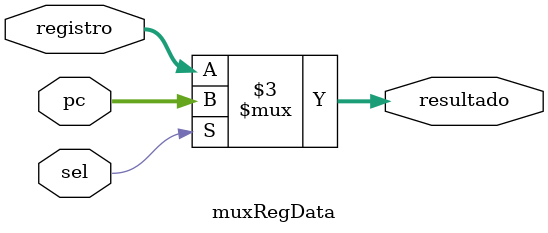
<source format=v>
`timescale 1ns / 1ps
module muxRegData(
				input [31:0] pc,registro,
				input sel,
				output reg [31:0] resultado
    );
always @*
	begin
		if(sel)
			resultado = pc; //31
		else
			resultado = registro;
		end

endmodule
</source>
